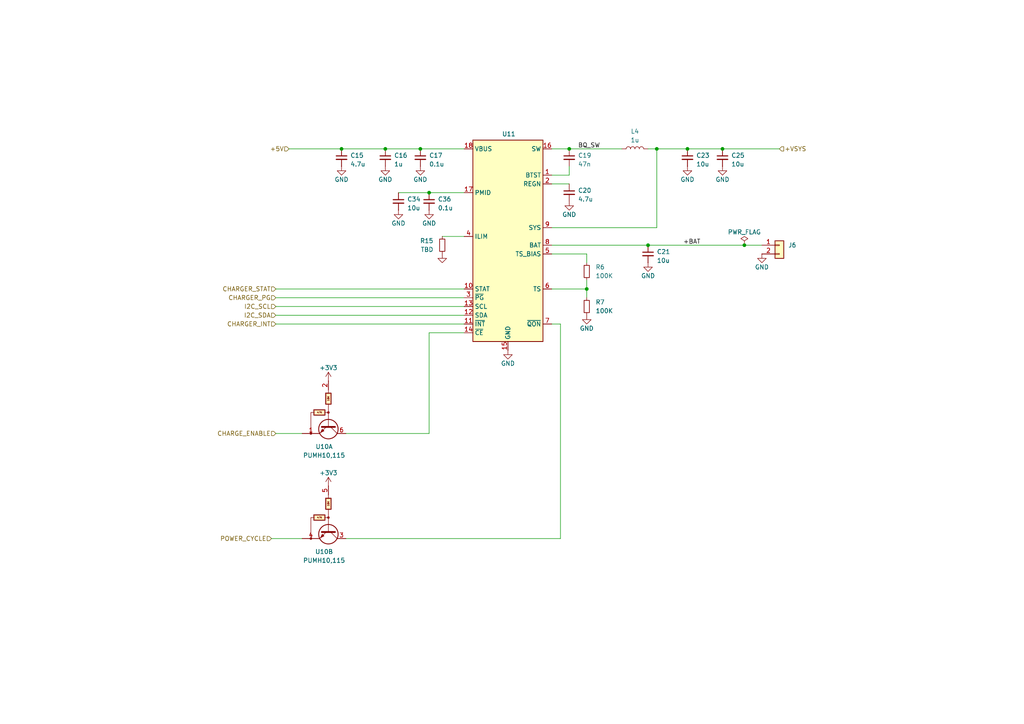
<source format=kicad_sch>
(kicad_sch (version 20250114) (generator "eeschema") (generator_version "9.0")
  (paper "A4")
  (lib_symbols
    (symbol "Connector_Generic:Conn_01x02" (pin_names (offset 1.016) (hide yes))
      (property "Reference" "J" (at 0 2.54 0))
      (property "Value" "Conn_01x02" (at 0 -5.08 0))
      (symbol "Conn_01x02_1_1"
        (rectangle (start -1.27 1.27) (end 1.27 -3.81) (stroke (width 0.254)) (fill (type background)))
        (rectangle (start -1.27 0.127) (end 0 -0.127) (stroke (width 0.1524)))
        (rectangle (start -1.27 -2.413) (end 0 -2.667) (stroke (width 0.1524)))
        (pin passive line (at -5.08 0 0) (length 3.81) (name "Pin_1") (number "1"))
        (pin passive line (at -5.08 -2.54 0) (length 3.81) (name "Pin_2") (number "2"))
      )
    )
    (symbol "Device:C_Small" (pin_numbers (hide yes)) (pin_names (offset 0.254) (hide yes))
      (property "Reference" "C" (at 0.254 1.778 0))
      (property "Value" "C_Small" (at 0.254 -2.032 0))
      (symbol "C_Small_0_1"
        (polyline (pts (xy -1.524 0.508) (xy 1.524 0.508)) (stroke (width 0.3048)))
        (polyline (pts (xy -1.524 -0.508) (xy 1.524 -0.508)) (stroke (width 0.3302)))
      )
      (symbol "C_Small_1_1"
        (pin passive line (at 0 2.54 270) (length 2.032) (name "~") (number "1"))
        (pin passive line (at 0 -2.54 90) (length 2.032) (name "~") (number "2"))
      )
    )
    (symbol "Device:L" (pin_numbers (hide yes)) (pin_names (offset 1.016) (hide yes))
      (property "Reference" "L" (at -1.27 0 90))
      (property "Value" "L" (at 1.905 0 90))
      (symbol "L_0_1"
        (arc (start 0 2.54) (mid 0.6323 1.905) (end 0 1.27))
        (arc (start 0 1.27) (mid 0.6323 0.635) (end 0 0))
        (arc (start 0 0) (mid 0.6323 -0.635) (end 0 -1.27))
        (arc (start 0 -1.27) (mid 0.6323 -1.905) (end 0 -2.54))
      )
      (symbol "L_1_1"
        (pin passive line (at 0 3.81 270) (length 1.27) (name "1") (number "1"))
        (pin passive line (at 0 -3.81 90) (length 1.27) (name "2") (number "2"))
      )
    )
    (symbol "Device:R_Small" (pin_numbers (hide yes)) (pin_names (offset 0.254) (hide yes))
      (property "Reference" "R" (at 0 0 90))
      (property "Value" "R_Small" (at 1.778 0 90))
      (symbol "R_Small_0_1"
        (rectangle (start -0.762 1.778) (end 0.762 -1.778) (stroke (width 0.2032)))
      )
      (symbol "R_Small_1_1"
        (pin passive line (at 0 2.54 270) (length 0.762) (name "~") (number "1"))
        (pin passive line (at 0 -2.54 90) (length 0.762) (name "~") (number "2"))
      )
    )
    (symbol "My Libraries:BQ25622E"
      (property "Reference" "U" (at 0 22.86 0))
      (symbol "BQ25622E_1_1"
        (rectangle (start -10.16 20.32) (end 10.16 -38.1) (stroke (width 0.254)) (fill (type color) (color 255 255 194 1)))
        (pin passive line (at -12.7 17.78 0) (length 2.54) (name "VBUS") (number "18"))
        (pin passive line (at -12.7 5.08 0) (length 2.54) (name "PMID") (number "17"))
        (pin passive line (at -12.7 -7.62 0) (length 2.54) (name "ILIM") (number "4"))
        (pin open_collector line (at -12.7 -22.86 0) (length 2.54) (name "STAT") (number "10"))
        (pin open_collector line (at -12.7 -25.4 0) (length 2.54) (name "~{PG}") (number "3"))
        (pin passive line (at -12.7 -27.94 0) (length 2.54) (name "SCL") (number "13"))
        (pin passive line (at -12.7 -30.48 0) (length 2.54) (name "SDA") (number "12"))
        (pin open_collector line (at -12.7 -33.02 0) (length 2.54) (name "~{INT}") (number "11"))
        (pin passive line (at -12.7 -35.56 0) (length 2.54) (name "~{CE}") (number "14"))
        (pin passive line (at 0 -40.64 90) (length 2.54) (name "GND") (number "15"))
        (pin passive line (at 12.7 17.78 180) (length 2.54) (name "SW") (number "16"))
        (pin passive line (at 12.7 10.16 180) (length 2.54) (name "BTST") (number "1"))
        (pin passive line (at 12.7 7.62 180) (length 2.54) (name "REGN") (number "2"))
        (pin passive line (at 12.7 -5.08 180) (length 2.54) (name "SYS") (number "9"))
        (pin passive line (at 12.7 -10.16 180) (length 2.54) (name "BAT") (number "8"))
        (pin passive line (at 12.7 -12.7 180) (length 2.54) (name "TS_BIAS") (number "5"))
        (pin passive line (at 12.7 -22.86 180) (length 2.54) (name "TS") (number "6"))
        (pin passive line (at 12.7 -33.02 180) (length 2.54) (name "~{QON}") (number "7"))
      )
    )
    (symbol "My Libraries:PUMH10,115"
      (property "Reference" "U" (at 0 0 0))
      (property "Value" "PUMH10,115" (at 0 0 0))
      (symbol "PUMH10,115_0_0"
        (circle (center -6.096 0) (radius 0.2736) (stroke (width 0.1524)) (fill (type outline)))
        (circle (center 0 -5.08) (radius 0.2736) (stroke (width 0.1524)) (fill (type outline)))
        (text "10K" (at -10.16 0 0) (effects (font (size 0.508 0.508))))
      )
      (symbol "PUMH10,115_0_1"
        (polyline (pts (xy -12.7 0) (xy -11.684 0)) (stroke (width 0.1524)))
        (rectangle (start -11.684 -0.762) (end -8.509 0.762) (stroke (width 0.3048)) (fill (type background)))
        (polyline (pts (xy -8.382 0) (xy -8.128 0) (xy -2.032 0)) (stroke (width 0.1524)))
        (rectangle (start -6.858 -1.016) (end -5.334 -4.191) (stroke (width 0.3048)) (fill (type background)))
        (polyline (pts (xy -6.096 -1.016) (xy -6.096 0)) (stroke (width 0.1524)))
        (polyline (pts (xy -6.096 -4.318) (xy -6.096 -5.08) (xy 0 -5.08)) (stroke (width 0.1524)))
        (polyline (pts (xy -1.905 1.905) (xy -1.905 -1.905) (xy -1.905 -1.905)) (stroke (width 0.508)))
        (polyline (pts (xy -1.905 0.635) (xy 0 2.54)))
        (polyline (pts (xy -1.905 -0.635) (xy 0 -2.54) (xy 0 -2.54)))
        (circle (center -1.27 0) (radius 2.8194) (stroke (width 0.254)))
        (polyline (pts (xy -1.27 -1.778) (xy -0.762 -1.27) (xy -0.254 -2.286) (xy -1.27 -1.778) (xy -1.27 -1.778)) (fill (type outline)))
        (text "47K" (at -6.096 -2.54 900) (effects (font (size 0.508 0.508))))
      )
      (symbol "PUMH10,115_1_1"
        (pin passive line (at -15.24 0 0) (length 2.54) (name "") (number "2"))
        (pin passive line (at 0 5.08 270) (length 2.54) (name "") (number "6"))
        (pin passive line (at 0 -7.62 90) (length 5.08) (name "") (number "1"))
      )
      (symbol "PUMH10,115_2_1"
        (pin passive line (at -15.24 0 0) (length 2.54) (name "") (number "5"))
        (pin passive line (at 0 5.08 270) (length 2.54) (name "") (number "3"))
        (pin passive line (at 0 -7.62 90) (length 5.08) (name "") (number "4"))
      )
    )
    (symbol "power:+3.3V" (power) (pin_numbers (hide yes)) (pin_names (offset 0) (hide yes))
      (property "Value" "+3.3V" (at 0 3.556 0))
      (symbol "+3.3V_0_1"
        (polyline (pts (xy -0.762 1.27) (xy 0 2.54)))
        (polyline (pts (xy 0 2.54) (xy 0.762 1.27)))
        (polyline (pts (xy 0 0) (xy 0 2.54)))
      )
      (symbol "+3.3V_1_1"
        (pin power_in line (at 0 0 90) (length 0) (name "~") (number "1"))
      )
    )
    (symbol "power:GND" (power) (pin_numbers (hide yes)) (pin_names (offset 0) (hide yes))
      (property "Value" "GND" (at 0 -3.81 0))
      (symbol "GND_0_1"
        (polyline (pts (xy 0 0) (xy 0 -1.27) (xy 1.27 -1.27) (xy 0 -2.54) (xy -1.27 -1.27) (xy 0 -1.27)))
      )
      (symbol "GND_1_1"
        (pin power_in line (at 0 0 270) (length 0) (name "~") (number "1"))
      )
    )
    (symbol "power:PWR_FLAG" (power) (pin_numbers (hide yes)) (pin_names (offset 0) (hide yes))
      (property "Value" "PWR_FLAG" (at 0 3.81 0))
      (symbol "PWR_FLAG_0_0"
        (pin power_out line (at 0 0 90) (length 0) (name "~") (number "1"))
      )
      (symbol "PWR_FLAG_0_1"
        (polyline (pts (xy 0 0) (xy 0 1.27) (xy -1.016 1.905) (xy 0 2.54) (xy 1.016 1.905) (xy 0 1.27)))
      )
    )
  )
  (junction (at 124.46 55.88) (diameter 0.9144))
  (junction (at 190.5 43.18) (diameter 0.9144))
  (junction (at 99.06 43.18) (diameter 0.9144))
  (junction (at 187.96 71.12) (diameter 0.9144))
  (junction (at 215.9 71.12) (diameter 0.9144))
  (junction (at 199.39 43.18) (diameter 0.9144))
  (junction (at 165.1 43.18) (diameter 0.9144))
  (junction (at 170.18 83.82))
  (junction (at 111.76 43.18) (diameter 0.9144))
  (junction (at 121.92 43.18) (diameter 0.9144))
  (junction (at 209.55 43.18) (diameter 0.9144))
  (wire (pts (xy 80.01 88.9) (xy 134.62 88.9)))
  (wire (pts (xy 78.74 156.21) (xy 87.63 156.21)))
  (wire (pts (xy 80.01 91.44) (xy 134.62 91.44)))
  (wire (pts (xy 121.92 43.18) (xy 134.62 43.18)))
  (wire (pts (xy 124.46 125.73) (xy 100.33 125.73)))
  (wire (pts (xy 170.18 83.82) (xy 170.18 86.36)))
  (wire (pts (xy 124.46 96.52) (xy 124.46 125.73)))
  (wire (pts (xy 160.02 50.8) (xy 165.1 50.8)))
  (wire (pts (xy 165.1 50.8) (xy 165.1 48.26)))
  (wire (pts (xy 160.02 93.98) (xy 162.56 93.98)))
  (wire (pts (xy 128.27 68.58) (xy 134.62 68.58)))
  (wire (pts (xy 80.01 125.73) (xy 87.63 125.73)))
  (wire (pts (xy 190.5 43.18) (xy 190.5 66.04)))
  (wire (pts (xy 80.01 93.98) (xy 134.62 93.98)))
  (wire (pts (xy 190.5 66.04) (xy 160.02 66.04)))
  (wire (pts (xy 115.57 55.88) (xy 124.46 55.88)))
  (wire (pts (xy 162.56 93.98) (xy 162.56 156.21)))
  (wire (pts (xy 162.56 156.21) (xy 100.33 156.21)))
  (wire (pts (xy 80.01 86.36) (xy 134.62 86.36)))
  (wire (pts (xy 170.18 81.28) (xy 170.18 83.82)))
  (wire (pts (xy 80.01 83.82) (xy 134.62 83.82)))
  (wire (pts (xy 99.06 43.18) (xy 111.76 43.18)))
  (wire (pts (xy 111.76 43.18) (xy 121.92 43.18)))
  (wire (pts (xy 160.02 71.12) (xy 187.96 71.12)))
  (wire (pts (xy 187.96 43.18) (xy 190.5 43.18)))
  (wire (pts (xy 190.5 43.18) (xy 199.39 43.18)))
  (wire (pts (xy 83.82 43.18) (xy 99.06 43.18)))
  (wire (pts (xy 160.02 53.34) (xy 165.1 53.34)))
  (wire (pts (xy 160.02 83.82) (xy 170.18 83.82)))
  (wire (pts (xy 124.46 55.88) (xy 134.62 55.88)))
  (wire (pts (xy 187.96 71.12) (xy 215.9 71.12)))
  (wire (pts (xy 215.9 71.12) (xy 220.98 71.12)))
  (wire (pts (xy 199.39 43.18) (xy 209.55 43.18)))
  (wire (pts (xy 209.55 43.18) (xy 226.06 43.18)))
  (wire (pts (xy 134.62 96.52) (xy 124.46 96.52)))
  (wire (pts (xy 170.18 76.2) (xy 170.18 73.66)))
  (wire (pts (xy 160.02 43.18) (xy 165.1 43.18)))
  (wire (pts (xy 165.1 43.18) (xy 180.34 43.18)))
  (wire (pts (xy 160.02 73.66) (xy 170.18 73.66)))
  (label "+BAT" (at 198.12 71.12 0))
  (label "BQ_SW" (at 167.64 43.18 0))
  (hierarchical_label "CHARGE_ENABLE" (shape input) (at 80.01 125.73 180))
  (hierarchical_label "+VSYS" (shape input) (at 226.06 43.18 0))
  (hierarchical_label "I2C_SDA" (shape input) (at 80.01 91.44 180))
  (hierarchical_label "+5V" (shape input) (at 83.82 43.18 180))
  (hierarchical_label "I2C_SCL" (shape input) (at 80.01 88.9 180))
  (hierarchical_label "CHARGER_PG" (shape input) (at 80.01 86.36 180))
  (hierarchical_label "CHARGER_STAT" (shape input) (at 80.01 83.82 180))
  (hierarchical_label "CHARGER_INT" (shape input) (at 80.01 93.98 180))
  (hierarchical_label "POWER_CYCLE" (shape input) (at 78.74 156.21 180))
  (symbol (lib_id "power:GND") (at 147.32 101.6 0) (unit 1)
    (property "Reference" "#PWR076" (effects (hide yes)))
    (property "Value" "GND" (at 147.32 105.41 0))
    (property "Description" "Power symbol creates a global label with name \"GND\" , ground" (effects (hide yes)))
    (instances (project "BK4000TG_V3" (path "" (reference "#PWR060") (unit 1))) (project "BK4000TG_V3" (path "" (reference "#PWR076") (unit 1))))
  )
  (symbol (lib_id "Device:C_Small") (at 165.1 45.72 0) (unit 1)
    (property "Reference" "C37" (at 167.64 45.0849 0) (effects (justify left)))
    (property "Value" "47n" (at 167.64 47.6249 0) (effects (justify left)))
    (property "Footprint" "Capacitor_SMD:C_0402_1005Metric" (effects (hide yes)))
    (property "Description" "Unpolarized capacitor, small symbol" (effects (hide yes)))
    (instances (project "BK4000TG_V3" (path "" (reference "C19") (unit 1))) (project "BK4000TG_V3" (path "" (reference "C37") (unit 1))))
  )
  (symbol (lib_id "power:GND") (at 121.92 48.26 0) (unit 1)
    (property "Reference" "#PWR073" (effects (hide yes)))
    (property "Value" "GND" (at 121.92 52.07 0))
    (property "Description" "Power symbol creates a global label with name \"GND\" , ground" (effects (hide yes)))
    (instances (project "BK4000TG_V3" (path "" (reference "#PWR058") (unit 1))) (project "BK4000TG_V3" (path "" (reference "#PWR073") (unit 1))))
  )
  (symbol (lib_id "power:GND") (at 165.1 58.42 0) (unit 1)
    (property "Reference" "#PWR077" (effects (hide yes)))
    (property "Value" "GND" (at 165.1 62.23 0))
    (property "Description" "Power symbol creates a global label with name \"GND\" , ground" (effects (hide yes)))
    (instances (project "BK4000TG_V3" (path "" (reference "#PWR062") (unit 1))) (project "BK4000TG_V3" (path "" (reference "#PWR077") (unit 1))))
  )
  (symbol (lib_id "power:GND") (at 220.98 73.66 0) (unit 1)
    (property "Reference" "#PWR082" (effects (hide yes)))
    (property "Value" "GND" (at 220.98 77.47 0))
    (property "Description" "Power symbol creates a global label with name \"GND\" , ground" (effects (hide yes)))
  )
  (symbol (lib_id "Device:C_Small") (at 187.96 73.66 0) (unit 1)
    (property "Reference" "C39" (at 190.5 73.0249 0) (effects (justify left)))
    (property "Value" "10u" (at 190.5 75.5649 0) (effects (justify left)))
    (property "Footprint" "Capacitor_SMD:C_0805_2012Metric" (effects (hide yes)))
    (property "Description" "Unpolarized capacitor, small symbol" (effects (hide yes)))
    (instances (project "BK4000TG_V3" (path "" (reference "C21") (unit 1))) (project "BK4000TG_V3" (path "" (reference "C39") (unit 1))))
  )
  (symbol (lib_id "power:PWR_FLAG") (at 215.9 71.12 0) (unit 1)
    (property "Reference" "#FLG06" (effects (hide yes)))
    (property "Value" "PWR_FLAG" (at 215.9 67.31 0))
    (property "Description" "Special symbol for telling ERC where power comes from" (effects (hide yes)))
    (instances (project "BK4000TG_V3" (path "" (reference "#FLG07") (unit 1))) (project "BK4000TG_V3" (path "" (reference "#FLG06") (unit 1))))
  )
  (symbol (lib_id "My Libraries:BQ25622E") (at 147.32 60.96 0) (unit 1)
    (property "Reference" "U11" (at 147.574 38.862 0))
    (property "Value" "~" (at 147.32 96.52 0))
    (property "Footprint" "My Footprints:BQ25622E" (effects (hide yes)))
    (property "Datasheet" "https://www.ti.com/lit/gpn/bq25622e" (effects (hide yes)))
    (property "Description" "BQ25622E I2C Controlled 1-Cell, 3A, Maximum 18V Input, Buck Battery Charger with NVDC Power Path Management" (effects (hide yes)))
  )
  (symbol (lib_id "power:GND") (at 187.96 76.2 0) (unit 1)
    (property "Reference" "#PWR079" (effects (hide yes)))
    (property "Value" "GND" (at 187.96 80.01 0))
    (property "Description" "Power symbol creates a global label with name \"GND\" , ground" (effects (hide yes)))
    (instances (project "BK4000TG_V3" (path "" (reference "#PWR063") (unit 1))) (project "BK4000TG_V3" (path "" (reference "#PWR079") (unit 1))))
  )
  (symbol (lib_id "Device:C_Small") (at 99.06 45.72 0) (unit 1)
    (property "Reference" "C32" (at 101.6 45.0849 0) (effects (justify left)))
    (property "Value" "4.7u" (at 101.6 47.6249 0) (effects (justify left)))
    (property "Footprint" "Capacitor_SMD:C_0805_2012Metric" (effects (hide yes)))
    (property "Description" "Unpolarized capacitor, small symbol" (effects (hide yes)))
    (instances (project "BK4000TG_V3" (path "" (reference "C15") (unit 1))) (project "BK4000TG_V3" (path "" (reference "C32") (unit 1))))
  )
  (symbol (lib_id "Device:C_Small") (at 199.39 45.72 0) (unit 1)
    (property "Reference" "C40" (at 201.93 45.0849 0) (effects (justify left)))
    (property "Value" "10u" (at 201.93 47.6249 0) (effects (justify left)))
    (property "Footprint" "Capacitor_SMD:C_0805_2012Metric" (effects (hide yes)))
    (property "Description" "Unpolarized capacitor, small symbol" (effects (hide yes)))
    (instances (project "BK4000TG_V3" (path "" (reference "C23") (unit 1))) (project "BK4000TG_V3" (path "" (reference "C40") (unit 1))))
  )
  (symbol (lib_id "Device:C_Small") (at 115.57 58.42 0) (unit 1)
    (property "Reference" "C34" (at 118.11 57.7849 0) (effects (justify left)))
    (property "Value" "10u" (at 118.11 60.3249 0) (effects (justify left)))
    (property "Footprint" "Capacitor_SMD:C_0805_2012Metric" (effects (hide yes)))
    (property "Description" "Unpolarized capacitor, small symbol" (effects (hide yes)))
  )
  (symbol (lib_id "power:GND") (at 209.55 48.26 0) (unit 1)
    (property "Reference" "#PWR081" (effects (hide yes)))
    (property "Value" "GND" (at 209.55 52.07 0))
    (property "Description" "Power symbol creates a global label with name \"GND\" , ground" (effects (hide yes)))
    (instances (project "BK4000TG_V3" (path "" (reference "#PWR068") (unit 1))) (project "BK4000TG_V3" (path "" (reference "#PWR081") (unit 1))))
  )
  (symbol (lib_id "Device:C_Small") (at 111.76 45.72 0) (unit 1)
    (property "Reference" "C33" (at 114.3 45.0849 0) (effects (justify left)))
    (property "Value" "1u" (at 114.3 47.6249 0) (effects (justify left)))
    (property "Footprint" "Capacitor_SMD:C_0603_1608Metric" (effects (hide yes)))
    (property "Description" "Unpolarized capacitor, small symbol" (effects (hide yes)))
    (instances (project "BK4000TG_V3" (path "" (reference "C16") (unit 1))) (project "BK4000TG_V3" (path "" (reference "C33") (unit 1))))
  )
  (symbol (lib_id "power:GND") (at 124.46 60.96 0) (unit 1)
    (property "Reference" "#PWR074" (effects (hide yes)))
    (property "Value" "GND" (at 124.46 64.77 0))
    (property "Description" "Power symbol creates a global label with name \"GND\" , ground" (effects (hide yes)))
  )
  (symbol (lib_id "power:GND") (at 115.57 60.96 0) (unit 1)
    (property "Reference" "#PWR072" (effects (hide yes)))
    (property "Value" "GND" (at 115.57 64.77 0))
    (property "Description" "Power symbol creates a global label with name \"GND\" , ground" (effects (hide yes)))
  )
  (symbol (lib_id "Device:C_Small") (at 165.1 55.88 0) (unit 1)
    (property "Reference" "C38" (at 167.64 55.2449 0) (effects (justify left)))
    (property "Value" "4.7u" (at 167.64 57.7849 0) (effects (justify left)))
    (property "Footprint" "Capacitor_SMD:C_0603_1608Metric" (effects (hide yes)))
    (property "Description" "Unpolarized capacitor, small symbol" (effects (hide yes)))
    (instances (project "BK4000TG_V3" (path "" (reference "C20") (unit 1))) (project "BK4000TG_V3" (path "" (reference "C38") (unit 1))))
  )
  (symbol (lib_id "power:GND") (at 199.39 48.26 0) (unit 1)
    (property "Reference" "#PWR080" (effects (hide yes)))
    (property "Value" "GND" (at 199.39 52.07 0))
    (property "Description" "Power symbol creates a global label with name \"GND\" , ground" (effects (hide yes)))
    (instances (project "BK4000TG_V3" (path "" (reference "#PWR066") (unit 1))) (project "BK4000TG_V3" (path "" (reference "#PWR080") (unit 1))))
  )
  (symbol (lib_id "Device:C_Small") (at 209.55 45.72 0) (unit 1)
    (property "Reference" "C41" (at 212.09 45.0849 0) (effects (justify left)))
    (property "Value" "10u" (at 212.09 47.6249 0) (effects (justify left)))
    (property "Footprint" "Capacitor_SMD:C_0805_2012Metric" (effects (hide yes)))
    (property "Description" "Unpolarized capacitor, small symbol" (effects (hide yes)))
    (instances (project "BK4000TG_V3" (path "" (reference "C25") (unit 1))) (project "BK4000TG_V3" (path "" (reference "C41") (unit 1))))
  )
  (symbol (lib_id "Device:C_Small") (at 124.46 58.42 0) (unit 1)
    (property "Reference" "C36" (at 127 57.7849 0) (effects (justify left)))
    (property "Value" "0.1u" (at 127 60.3249 0) (effects (justify left)))
    (property "Footprint" "Capacitor_SMD:C_0603_1608Metric" (effects (hide yes)))
    (property "Description" "Unpolarized capacitor, small symbol" (effects (hide yes)))
  )
  (symbol (lib_id "Device:R_Small") (at 170.18 78.74 0) (unit 1)
    (property "Reference" "R16" (at 172.72 77.4699 0) (effects (justify left)))
    (property "Value" "100K" (at 172.72 80.0099 0) (effects (justify left)))
    (property "Footprint" "Resistor_SMD:R_0402_1005Metric" (effects (hide yes)))
    (property "Description" "Resistor, small symbol" (effects (hide yes)))
    (instances (project "BK4000TG_V3" (path "" (reference "R6") (unit 1))) (project "BK4000TG_V3" (path "" (reference "R16") (unit 1))))
  )
  (symbol (lib_id "Device:R_Small") (at 128.27 71.12 0) (mirror y) (unit 1)
    (property "Reference" "R15" (at 125.73 69.8499 0) (effects (justify left)))
    (property "Value" "TBD" (at 125.73 72.3899 0) (effects (justify left)))
    (property "Footprint" "Resistor_SMD:R_0402_1005Metric" (effects (hide yes)))
    (property "Description" "Resistor, small symbol" (effects (hide yes)))
  )
  (symbol (lib_id "My Libraries:PUMH10,115") (at 95.25 125.73 270) (unit 1)
    (property "Reference" "U10" (at 94.0083 129.54 90))
    (property "Value" "PUMH10,115" (at 94.0083 132.08 90))
    (property "Footprint" "Package_TO_SOT_SMD:SOT-363_SC-70-6" (effects (hide yes)))
    (property "Datasheet" "https://assets.nexperia.com/documents/data-sheet/PUMH10.pdf" (effects (hide yes)))
    (property "Description" "Dual NPN Transistor with internal resistors SOT-363" (effects (hide yes)))
  )
  (symbol (lib_id "Device:R_Small") (at 170.18 88.9 0) (unit 1)
    (property "Reference" "R17" (at 172.72 87.6299 0) (effects (justify left)))
    (property "Value" "100K" (at 172.72 90.1699 0) (effects (justify left)))
    (property "Footprint" "Resistor_SMD:R_0402_1005Metric" (effects (hide yes)))
    (property "Description" "Resistor, small symbol" (effects (hide yes)))
    (instances (project "BK4000TG_V3" (path "" (reference "R7") (unit 1))) (project "BK4000TG_V3" (path "" (reference "R17") (unit 1))))
  )
  (symbol (lib_id "power:GND") (at 99.06 48.26 0) (unit 1)
    (property "Reference" "#PWR070" (effects (hide yes)))
    (property "Value" "GND" (at 99.06 52.07 0))
    (property "Description" "Power symbol creates a global label with name \"GND\" , ground" (effects (hide yes)))
    (instances (project "BK4000TG_V3" (path "" (reference "#PWR053") (unit 1))) (project "BK4000TG_V3" (path "" (reference "#PWR070") (unit 1))))
  )
  (symbol (lib_id "Device:L") (at 184.15 43.18 90) (unit 1)
    (property "Reference" "L4" (at 184.15 38.1 90))
    (property "Value" "1u" (at 184.15 40.64 90))
    (property "Footprint" "My Footprints:Inductor_TYA252012" (effects (hide yes)))
    (property "Description" "Inductor" (effects (hide yes)))
  )
  (symbol (lib_id "power:+3.3V") (at 95.25 110.49 0) (unit 1)
    (property "Reference" "#PWR068" (effects (hide yes)))
    (property "Value" "+3V3" (at 95.25 106.68 0))
    (property "Description" "Power symbol creates a global label with name \"+3.3V\"" (effects (hide yes)))
    (instances (project "BK4000TG_V3" (path "" (reference "#PWR014") (unit 1))) (project "BK4000TG_V3" (path "" (reference "#PWR068") (unit 1))))
  )
  (symbol (lib_id "power:GND") (at 111.76 48.26 0) (unit 1)
    (property "Reference" "#PWR071" (effects (hide yes)))
    (property "Value" "GND" (at 111.76 52.07 0))
    (property "Description" "Power symbol creates a global label with name \"GND\" , ground" (effects (hide yes)))
    (instances (project "BK4000TG_V3" (path "" (reference "#PWR056") (unit 1))) (project "BK4000TG_V3" (path "" (reference "#PWR071") (unit 1))))
  )
  (symbol (lib_id "power:+3.3V") (at 95.25 140.97 0) (unit 1)
    (property "Reference" "#PWR069" (effects (hide yes)))
    (property "Value" "+3V3" (at 95.25 137.16 0))
    (property "Description" "Power symbol creates a global label with name \"+3.3V\"" (effects (hide yes)))
  )
  (symbol (lib_id "Connector_Generic:Conn_01x02") (at 226.06 71.12 0) (unit 1)
    (property "Reference" "J6" (at 228.6 71.1199 0) (effects (justify left)))
    (property "Value" "Conn_01x02" (effects (hide yes)))
    (property "Footprint" "Connector_JST:JST_XH_B2B-XH-A_1x02_P2.50mm_Vertical" (effects (hide yes)))
    (property "Description" "Generic connector, single row, 01x02, script generated (kicad-library-utils/schlib/autogen/connector/)" (effects (hide yes)))
  )
  (symbol (lib_id "My Libraries:PUMH10,115") (at 95.25 156.21 270) (unit 2)
    (property "Reference" "U10" (at 94.0083 160.02 90))
    (property "Value" "PUMH10,115" (at 94.0083 162.56 90))
    (property "Footprint" "Package_TO_SOT_SMD:SOT-363_SC-70-6" (effects (hide yes)))
    (property "Datasheet" "https://assets.nexperia.com/documents/data-sheet/PUMH10.pdf" (effects (hide yes)))
    (property "Description" "Dual NPN Transistor with internal resistors SOT-363" (effects (hide yes)))
  )
  (symbol (lib_id "power:GND") (at 170.18 91.44 0) (unit 1)
    (property "Reference" "#PWR078" (effects (hide yes)))
    (property "Value" "GND" (at 170.18 95.25 0))
    (property "Description" "Power symbol creates a global label with name \"GND\" , ground" (effects (hide yes)))
    (instances (project "BK4000TG_V3" (path "" (reference "#PWR061") (unit 1))) (project "BK4000TG_V3" (path "" (reference "#PWR078") (unit 1))))
  )
  (symbol (lib_id "Device:C_Small") (at 121.92 45.72 0) (unit 1)
    (property "Reference" "C35" (at 124.46 45.0849 0) (effects (justify left)))
    (property "Value" "0.1u" (at 124.46 47.6249 0) (effects (justify left)))
    (property "Footprint" "Capacitor_SMD:C_0603_1608Metric" (effects (hide yes)))
    (property "Description" "Unpolarized capacitor, small symbol" (effects (hide yes)))
    (instances (project "BK4000TG_V3" (path "" (reference "C17") (unit 1))) (project "BK4000TG_V3" (path "" (reference "C35") (unit 1))))
  )
  (symbol (lib_id "power:GND") (at 128.27 73.66 0) (unit 1)
    (property "Reference" "#PWR075" (effects (hide yes)))
    (property "Value" "GND" (effects (hide yes)))
    (property "Description" "Power symbol creates a global label with name \"GND\" , ground" (effects (hide yes)))
  )
)
</source>
